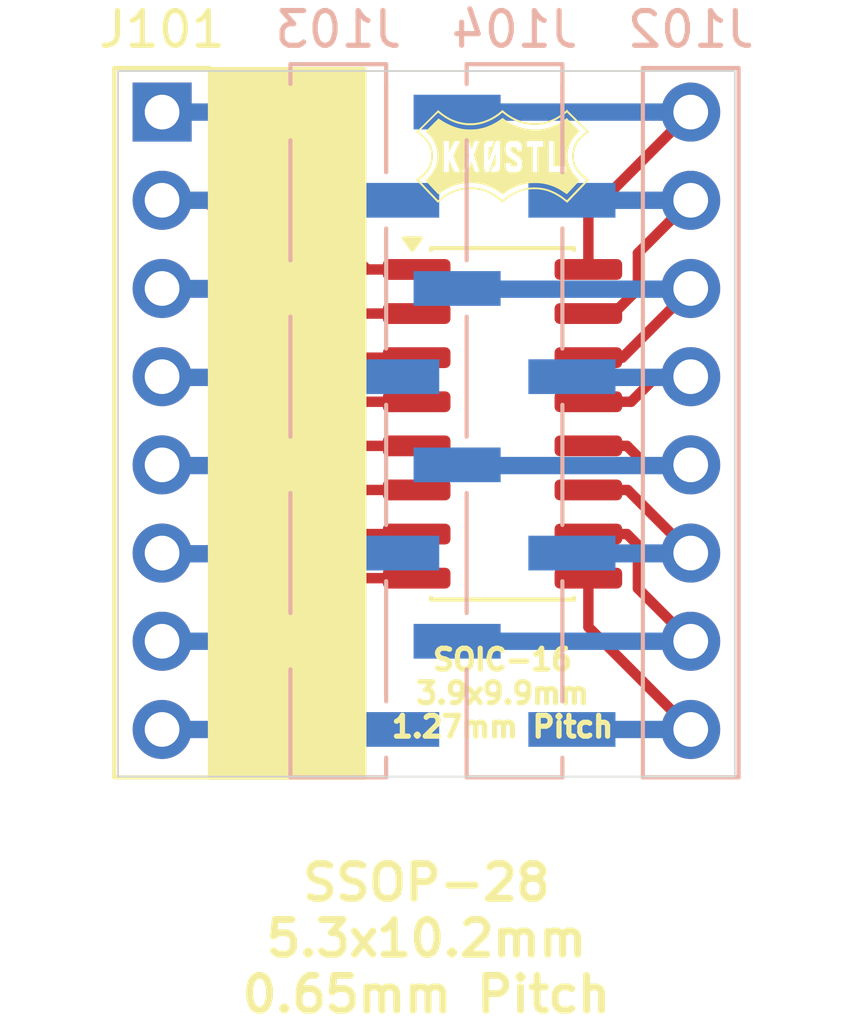
<source format=kicad_pcb>
(kicad_pcb (version 20241229) (generator "pcbnew") (generator_version "9.0")
  (layers (0 "F.Cu" signal) (2 "B.Cu" signal) (13 "F.Paste" user) (15 "B.Paste" user) (5 "F.SilkS" user "F.Silkscreen") (7 "B.SilkS" user "B.Silkscreen") (1 "F.Mask" user) (3 "B.Mask" user) (25 "Edge.Cuts" user))
  (net 0 "")
  (net 1 "/3")
  (net 2 "/6")
  (net 3 "/8")
  (net 4 "/1")
  (net 5 "/7")
  (net 6 "/2")
  (net 7 "/5")
  (net 8 "/4")
  (net 9 "/11")
  (net 10 "/10")
  (net 11 "/13")
  (net 12 "/9")
  (net 13 "/15")
  (net 14 "/14")
  (net 15 "/16")
  (net 16 "/12")
  (footprint "Connector_PinHeader_2.54mm:PinHeader_1x08_P2.54mm_Vertical" (layer "F.Cu") (at 119.126 89.896)
    (property "Reference" "J101" (at 0 -2.38 0) (layer "F.SilkS"))
    (property "Value" "Conn_01x26")
    (pad "1" thru_hole rect (at 0 0) (size 1.7 1.7) (drill 1) (layers "*.Cu" "*.Mask") (net 4 "/1"))
    (pad "2" thru_hole circle (at 0 2.54) (size 1.7 1.7) (drill 1) (layers "*.Cu" "*.Mask") (net 6 "/2"))
    (pad "3" thru_hole circle (at 0 5.08) (size 1.7 1.7) (drill 1) (layers "*.Cu" "*.Mask") (net 1 "/3"))
    (pad "4" thru_hole circle (at 0 7.62) (size 1.7 1.7) (drill 1) (layers "*.Cu" "*.Mask") (net 8 "/4"))
    (pad "5" thru_hole circle (at 0 10.16) (size 1.7 1.7) (drill 1) (layers "*.Cu" "*.Mask") (net 7 "/5"))
    (pad "6" thru_hole circle (at 0 12.7) (size 1.7 1.7) (drill 1) (layers "*.Cu" "*.Mask") (net 2 "/6"))
    (pad "7" thru_hole circle (at 0 15.24) (size 1.7 1.7) (drill 1) (layers "*.Cu" "*.Mask") (net 5 "/7"))
    (pad "8" thru_hole circle (at 0 17.78) (size 1.7 1.7) (drill 1) (layers "*.Cu" "*.Mask") (net 3 "/8"))
  )
  (footprint "libraries:Logo_5mm_inv" (layer "F.Cu") (at 128.940483 91.168125)
    (property "Reference" "G***" (hide yes))
    (property "Value" "LOGO" (hide yes))
  )
  (footprint "Package_SO:SOIC-16_3.9x9.9mm_P1.27mm" (layer "F.Cu") (at 128.94025 98.8735)
    (property "Reference" "U101" (hide yes))
    (property "Value" "SOIC-8")
    (pad "1" smd roundrect (at -2.475 -4.445) (size 1.95 0.6) (layers "F.Cu" "F.Mask" "F.Paste") (net 4 "/1"))
    (pad "2" smd roundrect (at -2.475 -3.175) (size 1.95 0.6) (layers "F.Cu" "F.Mask" "F.Paste") (net 6 "/2"))
    (pad "3" smd roundrect (at -2.475 -1.905) (size 1.95 0.6) (layers "F.Cu" "F.Mask" "F.Paste") (net 1 "/3"))
    (pad "4" smd roundrect (at -2.475 -0.635) (size 1.95 0.6) (layers "F.Cu" "F.Mask" "F.Paste") (net 8 "/4"))
    (pad "5" smd roundrect (at -2.475 0.635) (size 1.95 0.6) (layers "F.Cu" "F.Mask" "F.Paste") (net 7 "/5"))
    (pad "6" smd roundrect (at -2.475 1.905) (size 1.95 0.6) (layers "F.Cu" "F.Mask" "F.Paste") (net 2 "/6"))
    (pad "7" smd roundrect (at -2.475 3.175) (size 1.95 0.6) (layers "F.Cu" "F.Mask" "F.Paste") (net 5 "/7"))
    (pad "8" smd roundrect (at -2.475 4.445) (size 1.95 0.6) (layers "F.Cu" "F.Mask" "F.Paste") (net 3 "/8"))
    (pad "9" smd roundrect (at 2.475 4.445) (size 1.95 0.6) (layers "F.Cu" "F.Mask" "F.Paste") (net 12 "/9"))
    (pad "10" smd roundrect (at 2.475 3.175) (size 1.95 0.6) (layers "F.Cu" "F.Mask" "F.Paste") (net 10 "/10"))
    (pad "11" smd roundrect (at 2.475 1.905) (size 1.95 0.6) (layers "F.Cu" "F.Mask" "F.Paste") (net 9 "/11"))
    (pad "12" smd roundrect (at 2.475 0.635) (size 1.95 0.6) (layers "F.Cu" "F.Mask" "F.Paste") (net 16 "/12"))
    (pad "13" smd roundrect (at 2.475 -0.635) (size 1.95 0.6) (layers "F.Cu" "F.Mask" "F.Paste") (net 11 "/13"))
    (pad "14" smd roundrect (at 2.475 -1.905) (size 1.95 0.6) (layers "F.Cu" "F.Mask" "F.Paste") (net 14 "/14"))
    (pad "15" smd roundrect (at 2.475 -3.175) (size 1.95 0.6) (layers "F.Cu" "F.Mask" "F.Paste") (net 13 "/15"))
    (pad "16" smd roundrect (at 2.475 -4.445) (size 1.95 0.6) (layers "F.Cu" "F.Mask" "F.Paste") (net 15 "/16"))
  )
  (footprint "Connector_PinHeader_2.54mm:PinHeader_1x08_P2.54mm_Vertical_SMD_Pin1Right" (layer "B.Cu") (at 124.206 98.786 180)
    (property "Reference" "J103" (at 0 11.27 0) (layer "B.SilkS") (effects (justify mirror)))
    (property "Value" "Conn_01x26")
    (pad "1" smd rect (at 1.655 8.89 180) (size 2.51 1) (layers "B.Cu" "B.Mask" "B.Paste") (net 4 "/1"))
    (pad "2" smd rect (at -1.655 6.35 180) (size 2.51 1) (layers "B.Cu" "B.Mask" "B.Paste") (net 6 "/2"))
    (pad "3" smd rect (at 1.655 3.81 180) (size 2.51 1) (layers "B.Cu" "B.Mask" "B.Paste") (net 1 "/3"))
    (pad "4" smd rect (at -1.655 1.27 180) (size 2.51 1) (layers "B.Cu" "B.Mask" "B.Paste") (net 8 "/4"))
    (pad "5" smd rect (at 1.655 -1.27 180) (size 2.51 1) (layers "B.Cu" "B.Mask" "B.Paste") (net 7 "/5"))
    (pad "6" smd rect (at -1.655 -3.81 180) (size 2.51 1) (layers "B.Cu" "B.Mask" "B.Paste") (net 2 "/6"))
    (pad "7" smd rect (at 1.655 -6.35 180) (size 2.51 1) (layers "B.Cu" "B.Mask" "B.Paste") (net 5 "/7"))
    (pad "8" smd rect (at -1.655 -8.89 180) (size 2.51 1) (layers "B.Cu" "B.Mask" "B.Paste") (net 3 "/8"))
  )
  (footprint "Connector_PinHeader_2.54mm:PinHeader_1x08_P2.54mm_Vertical_SMD_Pin1Right" (layer "B.Cu") (at 129.286 98.786 180)
    (property "Reference" "J104" (at 0 11.27 0) (layer "B.SilkS") (effects (justify mirror)))
    (property "Value" "Conn_01x26")
    (pad "1" smd rect (at 1.655 8.89 180) (size 2.51 1) (layers "B.Cu" "B.Mask" "B.Paste") (net 15 "/16"))
    (pad "2" smd rect (at -1.655 6.35 180) (size 2.51 1) (layers "B.Cu" "B.Mask" "B.Paste") (net 13 "/15"))
    (pad "3" smd rect (at 1.655 3.81 180) (size 2.51 1) (layers "B.Cu" "B.Mask" "B.Paste") (net 14 "/14"))
    (pad "4" smd rect (at -1.655 1.27 180) (size 2.51 1) (layers "B.Cu" "B.Mask" "B.Paste") (net 11 "/13"))
    (pad "5" smd rect (at 1.655 -1.27 180) (size 2.51 1) (layers "B.Cu" "B.Mask" "B.Paste") (net 16 "/12"))
    (pad "6" smd rect (at -1.655 -3.81 180) (size 2.51 1) (layers "B.Cu" "B.Mask" "B.Paste") (net 9 "/11"))
    (pad "7" smd rect (at 1.655 -6.35 180) (size 2.51 1) (layers "B.Cu" "B.Mask" "B.Paste") (net 10 "/10"))
    (pad "8" smd rect (at -1.655 -8.89 180) (size 2.51 1) (layers "B.Cu" "B.Mask" "B.Paste") (net 12 "/9"))
  )
  (footprint "Connector_PinHeader_2.54mm:PinHeader_1x08_P2.54mm_Vertical" (layer "B.Cu") (at 134.366 89.896 180)
    (property "Reference" "J102" (at 0 2.38 0) (layer "B.SilkS") (effects (justify mirror)))
    (property "Value" "Conn_01x26")
    (pad "1" thru_hole circle (at 0 0 180) (size 1.7 1.7) (drill 1) (layers "*.Cu" "*.Mask") (net 15 "/16"))
    (pad "2" thru_hole circle (at 0 -2.54 180) (size 1.7 1.7) (drill 1) (layers "*.Cu" "*.Mask") (net 13 "/15"))
    (pad "3" thru_hole circle (at 0 -5.079999 180) (size 1.7 1.7) (drill 1) (layers "*.Cu" "*.Mask") (net 14 "/14"))
    (pad "4" thru_hole circle (at 0 -7.62 180) (size 1.7 1.7) (drill 1) (layers "*.Cu" "*.Mask") (net 11 "/13"))
    (pad "5" thru_hole circle (at 0 -10.16 180) (size 1.7 1.7) (drill 1) (layers "*.Cu" "*.Mask") (net 16 "/12"))
    (pad "6" thru_hole circle (at 0 -12.7 180) (size 1.7 1.7) (drill 1) (layers "*.Cu" "*.Mask") (net 9 "/11"))
    (pad "7" thru_hole circle (at 0 -15.24 180) (size 1.7 1.7) (drill 1) (layers "*.Cu" "*.Mask") (net 10 "/10"))
    (pad "8" thru_hole circle (at 0 -17.780001 180) (size 1.7 1.7) (drill 1) (layers "*.Cu" "*.Mask") (net 12 "/9"))
  )
  (gr_rect (start 120.506 88.646) (end 124.968 109.076) (stroke (width 0.1)) (fill yes) (layer "F.SilkS"))
  (gr_rect (start 117.856 88.7135) (end 135.636 109.0335) (stroke (width 0.05)) (fill no) (layer "Edge.Cuts"))
  (gr_text "SSOP-28\n5.3x10.2mm\n0.65mm Pitch" (at 126.746 115.8915 0) (layer "F.SilkS") (effects (font (size 1 1) (thickness 0.2) (bold yes)) (justify bottom)))
  (gr_text "SOIC-16\n3.9x9.9mm\n1.27mm Pitch" (at 128.94025 107.95 0) (layer "F.SilkS") (effects (font (size 0.6 0.6) (thickness 0.15) (bold yes)) (justify bottom)))
  (segment (start 122.43075 96.9685) (end 120.45825 94.996) (width 0.3) (layer "F.Cu") (net 1))
  (segment (start 126.46525 96.9685) (end 122.43075 96.9685) (width 0.3) (layer "F.Cu") (net 1))
  (segment (start 120.45825 94.996) (end 119.126 94.996) (width 0.3) (layer "F.Cu") (net 1))
  (segment (start 119.126 94.996) (end 122.551 94.996) (width 0.5) (layer "B.Cu") (net 1))
  (segment (start 122.551 94.976) (end 119.126 94.976) (width 0.5) (layer "B.Cu") (net 1))
  (segment (start 122.2335 100.7785) (end 120.396 102.616) (width 0.3) (layer "F.Cu") (net 2))
  (segment (start 126.46525 100.7785) (end 122.2335 100.7785) (width 0.3) (layer "F.Cu") (net 2))
  (segment (start 120.396 102.616) (end 119.126 102.616) (width 0.3) (layer "F.Cu") (net 2))
  (segment (start 125.861 102.616) (end 119.126 102.616) (width 0.5) (layer "B.Cu") (net 2))
  (segment (start 126.46525 103.3185) (end 124.7735 103.3185) (width 0.3) (layer "F.Cu") (net 3))
  (segment (start 120.416 107.676) (end 119.126 107.676) (width 0.3) (layer "F.Cu") (net 3))
  (segment (start 124.7735 103.3185) (end 120.416 107.676) (width 0.3) (layer "F.Cu") (net 3))
  (segment (start 125.861 107.676) (end 119.126 107.676) (width 0.5) (layer "B.Cu") (net 3))
  (segment (start 126.46525 94.4285) (end 125.0355 94.4285) (width 0.3) (layer "F.Cu") (net 4))
  (segment (start 125.0355 94.4285) (end 120.503 89.896) (width 0.3) (layer "F.Cu") (net 4))
  (segment (start 120.503 89.896) (end 119.126 89.896) (width 0.3) (layer "F.Cu") (net 4))
  (segment (start 122.551 89.896) (end 119.126 89.896) (width 0.5) (layer "B.Cu") (net 4))
  (segment (start 126.46525 102.0485) (end 123.5035 102.0485) (width 0.3) (layer "F.Cu") (net 5))
  (segment (start 123.5035 102.0485) (end 120.416 105.136) (width 0.3) (layer "F.Cu") (net 5))
  (segment (start 120.416 105.136) (end 119.126 105.136) (width 0.3) (layer "F.Cu") (net 5))
  (segment (start 122.551 105.136) (end 119.126 105.136) (width 0.5) (layer "B.Cu") (net 5))
  (segment (start 126.46525 95.6985) (end 123.6385 95.6985) (width 0.3) (layer "F.Cu") (net 6))
  (segment (start 120.376 92.436) (end 119.126 92.436) (width 0.3) (layer "F.Cu") (net 6))
  (segment (start 123.6385 95.6985) (end 120.376 92.436) (width 0.3) (layer "F.Cu") (net 6))
  (segment (start 125.861 92.436) (end 119.126 92.436) (width 0.5) (layer "B.Cu") (net 6))
  (segment (start 119.126 100.076) (end 120.396 100.076) (width 0.3) (layer "F.Cu") (net 7))
  (segment (start 120.9635 99.5085) (end 126.46525 99.5085) (width 0.3) (layer "F.Cu") (net 7))
  (segment (start 120.396 100.076) (end 120.9635 99.5085) (width 0.3) (layer "F.Cu") (net 7))
  (segment (start 119.126 100.076) (end 122.551 100.076) (width 0.5) (layer "B.Cu") (net 7))
  (segment (start 120.396 97.536) (end 121.0985 98.2385) (width 0.3) (layer "F.Cu") (net 8))
  (segment (start 119.126 97.536) (end 120.396 97.536) (width 0.3) (layer "F.Cu") (net 8))
  (segment (start 121.0985 98.2385) (end 126.46525 98.2385) (width 0.3) (layer "F.Cu") (net 8))
  (segment (start 125.861 97.536) (end 119.126 97.536) (width 0.5) (layer "B.Cu") (net 8))
  (segment (start 132.5485 100.7785) (end 134.366 102.596) (width 0.3) (layer "F.Cu") (net 9))
  (segment (start 131.41525 100.7785) (end 132.5485 100.7785) (width 0.3) (layer "F.Cu") (net 9))
  (segment (start 130.941 102.596) (end 134.366 102.596) (width 0.5) (layer "B.Cu") (net 9))
  (segment (start 134.366 102.616) (end 130.941 102.616) (width 0.5) (layer "B.Cu") (net 9))
  (segment (start 132.5285 102.0485) (end 132.842 102.362) (width 0.3) (layer "F.Cu") (net 10))
  (segment (start 132.842 102.362) (end 132.842 103.612) (width 0.3) (layer "F.Cu") (net 10))
  (segment (start 131.41525 102.0485) (end 132.5285 102.0485) (width 0.3) (layer "F.Cu") (net 10))
  (segment (start 132.842 103.612) (end 134.366 105.136) (width 0.3) (layer "F.Cu") (net 10))
  (segment (start 127.631 105.136) (end 134.366 105.136) (width 0.5) (layer "B.Cu") (net 10))
  (segment (start 131.41525 98.2385) (end 132.6475 98.2385) (width 0.3) (layer "F.Cu") (net 11))
  (segment (start 133.349999 97.536001) (end 134.366 97.536001) (width 0.3) (layer "F.Cu") (net 11))
  (segment (start 132.6475 98.2385) (end 133.349999 97.536001) (width 0.3) (layer "F.Cu") (net 11))
  (segment (start 134.366 97.536) (end 130.941 97.536) (width 0.5) (layer "B.Cu") (net 11))
  (segment (start 131.41525 104.725251) (end 134.366 107.676001) (width 0.3) (layer "F.Cu") (net 12))
  (segment (start 131.41525 103.3185) (end 131.41525 104.725251) (width 0.3) (layer "F.Cu") (net 12))
  (segment (start 130.941 107.676) (end 134.365999 107.676) (width 0.5) (layer "B.Cu") (net 12))
  (segment (start 134.365999 107.676) (end 134.366 107.676001) (width 0.5) (layer "B.Cu") (net 12))
  (segment (start 132.842 93.96) (end 134.366 92.436) (width 0.3) (layer "F.Cu") (net 13))
  (segment (start 132.842 94.996) (end 132.842 93.96) (width 0.3) (layer "F.Cu") (net 13))
  (segment (start 131.41525 95.6985) (end 132.1395 95.6985) (width 0.3) (layer "F.Cu") (net 13))
  (segment (start 132.1395 95.6985) (end 132.842 94.996) (width 0.3) (layer "F.Cu") (net 13))
  (segment (start 130.941 92.436) (end 134.366 92.436) (width 0.5) (layer "B.Cu") (net 13))
  (segment (start 134.366 94.996) (end 134.366 94.975999) (width 0.3) (layer "F.Cu") (net 14))
  (segment (start 131.41525 96.9685) (end 132.3935 96.9685) (width 0.3) (layer "F.Cu") (net 14))
  (segment (start 132.3935 96.9685) (end 134.366 94.996) (width 0.3) (layer "F.Cu") (net 14))
  (segment (start 127.631 94.996) (end 134.366 94.996) (width 0.5) (layer "B.Cu") (net 14))
  (segment (start 131.41525 94.4285) (end 131.41525 92.84675) (width 0.3) (layer "F.Cu") (net 15))
  (segment (start 131.41525 92.84675) (end 134.366 89.896) (width 0.3) (layer "F.Cu") (net 15))
  (segment (start 127.631 89.896) (end 134.366 89.896) (width 0.5) (layer "B.Cu") (net 15))
  (segment (start 132.5285 99.5085) (end 133.096 100.076) (width 0.3) (layer "F.Cu") (net 16))
  (segment (start 131.41525 99.5085) (end 132.5285 99.5085) (width 0.3) (layer "F.Cu") (net 16))
  (segment (start 133.096 100.076) (end 134.366 100.076) (width 0.3) (layer "F.Cu") (net 16))
  (segment (start 127.631 100.076) (end 134.366 100.076) (width 0.5) (layer "B.Cu") (net 16))
)
</source>
